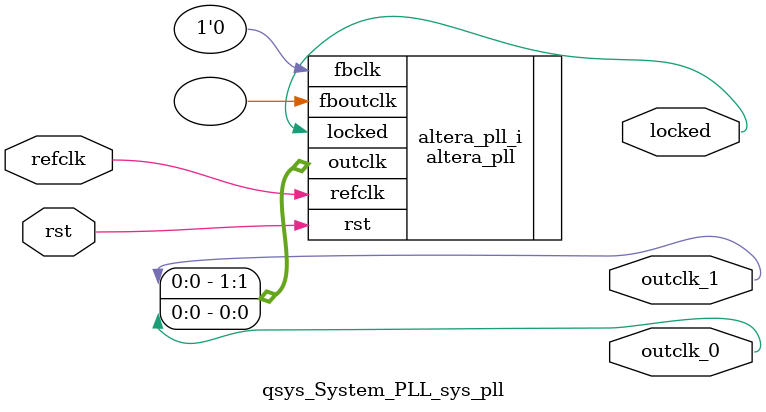
<source format=v>
`timescale 1ns/10ps
module  qsys_System_PLL_sys_pll(

	// interface 'refclk'
	input wire refclk,

	// interface 'reset'
	input wire rst,

	// interface 'outclk0'
	output wire outclk_0,

	// interface 'outclk1'
	output wire outclk_1,

	// interface 'locked'
	output wire locked
);

	altera_pll #(
		.fractional_vco_multiplier("false"),
		.reference_clock_frequency("50.0 MHz"),
		.operation_mode("direct"),
		.number_of_clocks(2),
		.output_clock_frequency0("50.000000 MHz"),
		.phase_shift0("0 ps"),
		.duty_cycle0(50),
		.output_clock_frequency1("50.000000 MHz"),
		.phase_shift1("-3000 ps"),
		.duty_cycle1(50),
		.output_clock_frequency2("0 MHz"),
		.phase_shift2("0 ps"),
		.duty_cycle2(50),
		.output_clock_frequency3("0 MHz"),
		.phase_shift3("0 ps"),
		.duty_cycle3(50),
		.output_clock_frequency4("0 MHz"),
		.phase_shift4("0 ps"),
		.duty_cycle4(50),
		.output_clock_frequency5("0 MHz"),
		.phase_shift5("0 ps"),
		.duty_cycle5(50),
		.output_clock_frequency6("0 MHz"),
		.phase_shift6("0 ps"),
		.duty_cycle6(50),
		.output_clock_frequency7("0 MHz"),
		.phase_shift7("0 ps"),
		.duty_cycle7(50),
		.output_clock_frequency8("0 MHz"),
		.phase_shift8("0 ps"),
		.duty_cycle8(50),
		.output_clock_frequency9("0 MHz"),
		.phase_shift9("0 ps"),
		.duty_cycle9(50),
		.output_clock_frequency10("0 MHz"),
		.phase_shift10("0 ps"),
		.duty_cycle10(50),
		.output_clock_frequency11("0 MHz"),
		.phase_shift11("0 ps"),
		.duty_cycle11(50),
		.output_clock_frequency12("0 MHz"),
		.phase_shift12("0 ps"),
		.duty_cycle12(50),
		.output_clock_frequency13("0 MHz"),
		.phase_shift13("0 ps"),
		.duty_cycle13(50),
		.output_clock_frequency14("0 MHz"),
		.phase_shift14("0 ps"),
		.duty_cycle14(50),
		.output_clock_frequency15("0 MHz"),
		.phase_shift15("0 ps"),
		.duty_cycle15(50),
		.output_clock_frequency16("0 MHz"),
		.phase_shift16("0 ps"),
		.duty_cycle16(50),
		.output_clock_frequency17("0 MHz"),
		.phase_shift17("0 ps"),
		.duty_cycle17(50),
		.pll_type("General"),
		.pll_subtype("General")
	) altera_pll_i (
		.rst	(rst),
		.outclk	({outclk_1, outclk_0}),
		.locked	(locked),
		.fboutclk	( ),
		.fbclk	(1'b0),
		.refclk	(refclk)
	);
endmodule


</source>
